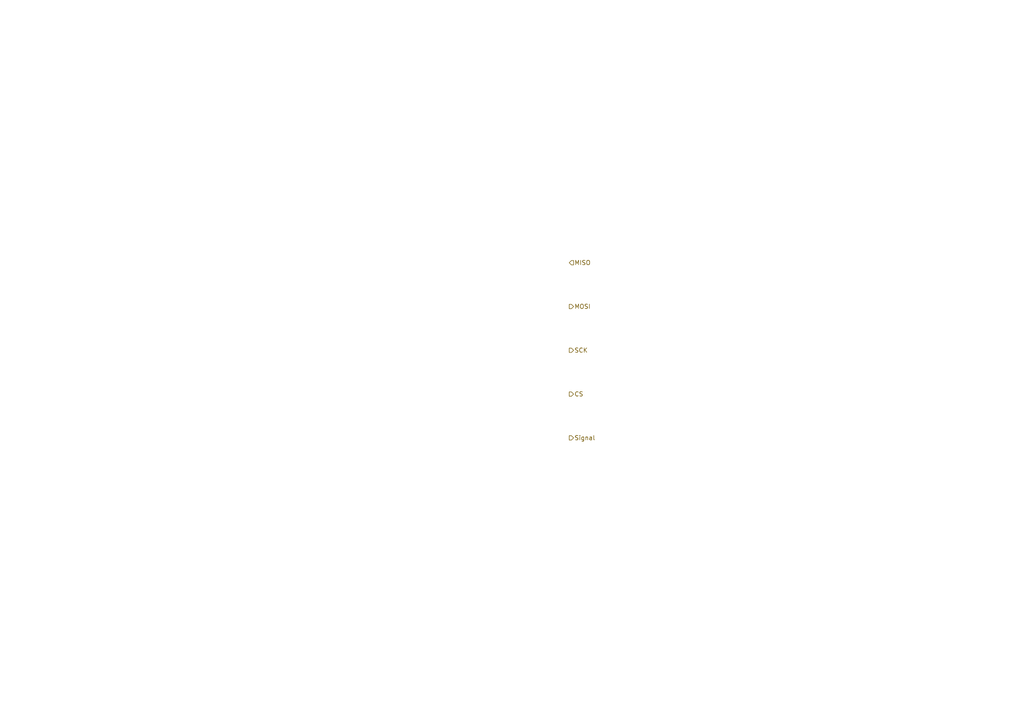
<source format=kicad_sch>
(kicad_sch (version 20230121) (generator eeschema)
  (paper "A4")
  (lib_symbols)
  (hierarchical_label "MISO" (shape input) (at 165.1 76.2 0))
  (hierarchical_label "Signal" (shape output) (at 165.1 127 0))
  (hierarchical_label "CS" (shape output) (at 165.1 114.3 0))
  (hierarchical_label "MOSI" (shape output) (at 165.1 88.9 0))
  (hierarchical_label "SCK" (shape output) (at 165.1 101.6 0))
)
</source>
